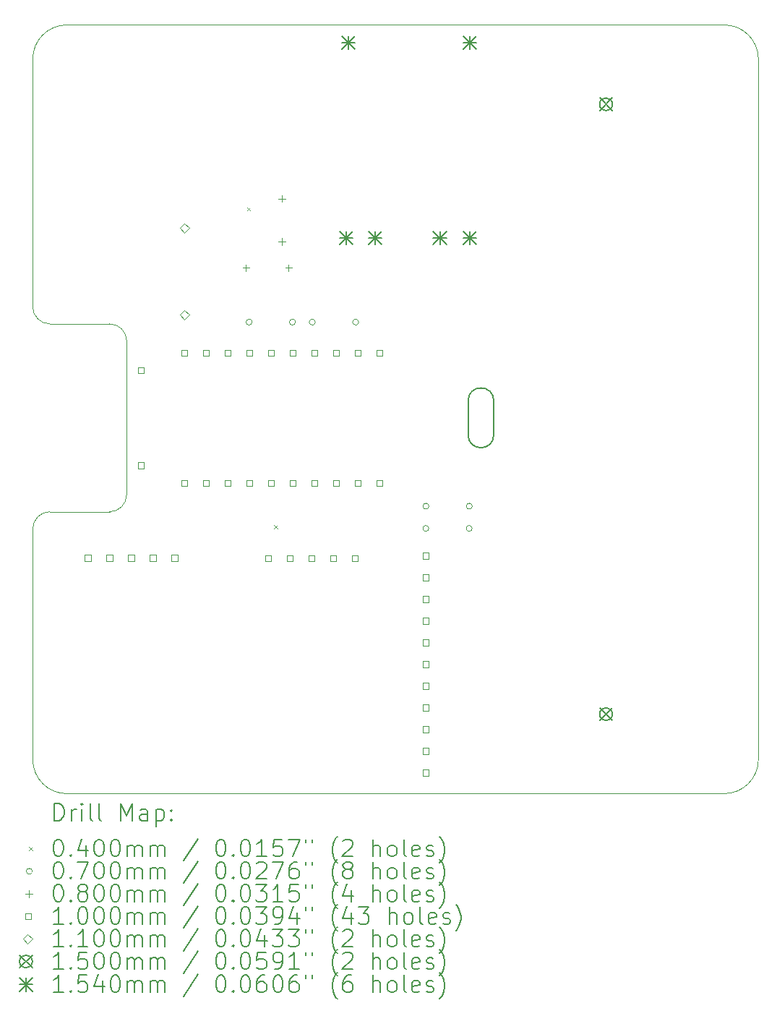
<source format=gbr>
%TF.GenerationSoftware,KiCad,Pcbnew,(6.0.9)*%
%TF.CreationDate,2023-01-30T19:39:44+02:00*%
%TF.ProjectId,Schematics,53636865-6d61-4746-9963-732e6b696361,rev?*%
%TF.SameCoordinates,Original*%
%TF.FileFunction,Drillmap*%
%TF.FilePolarity,Positive*%
%FSLAX45Y45*%
G04 Gerber Fmt 4.5, Leading zero omitted, Abs format (unit mm)*
G04 Created by KiCad (PCBNEW (6.0.9)) date 2023-01-30 19:39:44*
%MOMM*%
%LPD*%
G01*
G04 APERTURE LIST*
%ADD10C,0.100000*%
%ADD11C,0.200000*%
%ADD12C,0.040000*%
%ADD13C,0.070000*%
%ADD14C,0.080000*%
%ADD15C,0.110000*%
%ADD16C,0.150000*%
%ADD17C,0.154000*%
G04 APERTURE END LIST*
D10*
X10400000Y-6000000D02*
G75*
G03*
X10000000Y-6400000I0J-400000D01*
G01*
X18500000Y-6400000D02*
G75*
G03*
X18100000Y-6000000I-400000J0D01*
G01*
X10000000Y-9300000D02*
G75*
G03*
X10200000Y-9500000I200000J0D01*
G01*
D11*
X15100000Y-10400000D02*
X15100000Y-10800000D01*
X15400000Y-10400000D02*
X15400000Y-10800000D01*
D10*
X18500000Y-6400000D02*
X18500000Y-14600000D01*
X11100000Y-9700000D02*
G75*
G03*
X10900000Y-9500000I-200000J0D01*
G01*
X10900000Y-11700000D02*
G75*
G03*
X11100000Y-11500000I0J200000D01*
G01*
X11100000Y-9700000D02*
X11100000Y-11500000D01*
D11*
X15400000Y-10400000D02*
G75*
G03*
X15100000Y-10400000I-150000J0D01*
G01*
D10*
X10000000Y-14600000D02*
X10000000Y-11900000D01*
X10200000Y-11700000D02*
X10900000Y-11700000D01*
X18100000Y-15000000D02*
G75*
G03*
X18500000Y-14600000I0J400000D01*
G01*
X10000000Y-6400000D02*
X10000000Y-9300000D01*
X10200000Y-9500000D02*
X10900000Y-9500000D01*
X10400000Y-6000000D02*
X18100000Y-6000000D01*
X10200000Y-11700000D02*
G75*
G03*
X10000000Y-11900000I0J-200000D01*
G01*
D11*
X15100000Y-10800000D02*
G75*
G03*
X15400000Y-10800000I150000J0D01*
G01*
D10*
X18100000Y-15000000D02*
X10400000Y-15000000D01*
X10000000Y-14600000D02*
G75*
G03*
X10400000Y-15000000I400000J0D01*
G01*
D11*
D12*
X12508800Y-8134600D02*
X12548800Y-8174600D01*
X12548800Y-8134600D02*
X12508800Y-8174600D01*
X12828800Y-11854600D02*
X12868800Y-11894600D01*
X12868800Y-11854600D02*
X12828800Y-11894600D01*
D13*
X12569800Y-9479600D02*
G75*
G03*
X12569800Y-9479600I-35000J0D01*
G01*
X13077800Y-9479600D02*
G75*
G03*
X13077800Y-9479600I-35000J0D01*
G01*
X13309800Y-9479600D02*
G75*
G03*
X13309800Y-9479600I-35000J0D01*
G01*
X13817800Y-9479600D02*
G75*
G03*
X13817800Y-9479600I-35000J0D01*
G01*
X14639800Y-11634600D02*
G75*
G03*
X14639800Y-11634600I-35000J0D01*
G01*
X14639800Y-11894600D02*
G75*
G03*
X14639800Y-11894600I-35000J0D01*
G01*
X15147800Y-11634600D02*
G75*
G03*
X15147800Y-11634600I-35000J0D01*
G01*
X15147800Y-11894600D02*
G75*
G03*
X15147800Y-11894600I-35000J0D01*
G01*
D14*
X12498800Y-8804600D02*
X12498800Y-8884600D01*
X12458800Y-8844600D02*
X12538800Y-8844600D01*
X12918800Y-7994600D02*
X12918800Y-8074600D01*
X12878800Y-8034600D02*
X12958800Y-8034600D01*
X12918800Y-8494600D02*
X12918800Y-8574600D01*
X12878800Y-8534600D02*
X12958800Y-8534600D01*
X12998800Y-8804600D02*
X12998800Y-8884600D01*
X12958800Y-8844600D02*
X13038800Y-8844600D01*
D10*
X10681156Y-12274956D02*
X10681156Y-12204244D01*
X10610444Y-12204244D01*
X10610444Y-12274956D01*
X10681156Y-12274956D01*
X10935156Y-12274956D02*
X10935156Y-12204244D01*
X10864444Y-12204244D01*
X10864444Y-12274956D01*
X10935156Y-12274956D01*
X11189156Y-12274956D02*
X11189156Y-12204244D01*
X11118444Y-12204244D01*
X11118444Y-12274956D01*
X11189156Y-12274956D01*
X11300656Y-10079356D02*
X11300656Y-10008644D01*
X11229944Y-10008644D01*
X11229944Y-10079356D01*
X11300656Y-10079356D01*
X11300656Y-11191356D02*
X11300656Y-11120644D01*
X11229944Y-11120644D01*
X11229944Y-11191356D01*
X11300656Y-11191356D01*
X11443156Y-12274956D02*
X11443156Y-12204244D01*
X11372444Y-12204244D01*
X11372444Y-12274956D01*
X11443156Y-12274956D01*
X11697156Y-12274956D02*
X11697156Y-12204244D01*
X11626444Y-12204244D01*
X11626444Y-12274956D01*
X11697156Y-12274956D01*
X11808656Y-9873356D02*
X11808656Y-9802644D01*
X11737944Y-9802644D01*
X11737944Y-9873356D01*
X11808656Y-9873356D01*
X11808656Y-11397356D02*
X11808656Y-11326644D01*
X11737944Y-11326644D01*
X11737944Y-11397356D01*
X11808656Y-11397356D01*
X12062656Y-9873356D02*
X12062656Y-9802644D01*
X11991944Y-9802644D01*
X11991944Y-9873356D01*
X12062656Y-9873356D01*
X12062656Y-11397356D02*
X12062656Y-11326644D01*
X11991944Y-11326644D01*
X11991944Y-11397356D01*
X12062656Y-11397356D01*
X12316656Y-9873356D02*
X12316656Y-9802644D01*
X12245944Y-9802644D01*
X12245944Y-9873356D01*
X12316656Y-9873356D01*
X12316656Y-11397356D02*
X12316656Y-11326644D01*
X12245944Y-11326644D01*
X12245944Y-11397356D01*
X12316656Y-11397356D01*
X12570656Y-9873356D02*
X12570656Y-9802644D01*
X12499944Y-9802644D01*
X12499944Y-9873356D01*
X12570656Y-9873356D01*
X12570656Y-11397356D02*
X12570656Y-11326644D01*
X12499944Y-11326644D01*
X12499944Y-11397356D01*
X12570656Y-11397356D01*
X12794356Y-12278906D02*
X12794356Y-12208194D01*
X12723644Y-12208194D01*
X12723644Y-12278906D01*
X12794356Y-12278906D01*
X12824656Y-9873356D02*
X12824656Y-9802644D01*
X12753944Y-9802644D01*
X12753944Y-9873356D01*
X12824656Y-9873356D01*
X12824656Y-11397356D02*
X12824656Y-11326644D01*
X12753944Y-11326644D01*
X12753944Y-11397356D01*
X12824656Y-11397356D01*
X13048356Y-12278906D02*
X13048356Y-12208194D01*
X12977644Y-12208194D01*
X12977644Y-12278906D01*
X13048356Y-12278906D01*
X13078656Y-9873356D02*
X13078656Y-9802644D01*
X13007944Y-9802644D01*
X13007944Y-9873356D01*
X13078656Y-9873356D01*
X13078656Y-11397356D02*
X13078656Y-11326644D01*
X13007944Y-11326644D01*
X13007944Y-11397356D01*
X13078656Y-11397356D01*
X13302356Y-12278906D02*
X13302356Y-12208194D01*
X13231644Y-12208194D01*
X13231644Y-12278906D01*
X13302356Y-12278906D01*
X13332656Y-9873356D02*
X13332656Y-9802644D01*
X13261944Y-9802644D01*
X13261944Y-9873356D01*
X13332656Y-9873356D01*
X13332656Y-11397356D02*
X13332656Y-11326644D01*
X13261944Y-11326644D01*
X13261944Y-11397356D01*
X13332656Y-11397356D01*
X13556356Y-12278906D02*
X13556356Y-12208194D01*
X13485644Y-12208194D01*
X13485644Y-12278906D01*
X13556356Y-12278906D01*
X13586656Y-9873356D02*
X13586656Y-9802644D01*
X13515944Y-9802644D01*
X13515944Y-9873356D01*
X13586656Y-9873356D01*
X13586656Y-11397356D02*
X13586656Y-11326644D01*
X13515944Y-11326644D01*
X13515944Y-11397356D01*
X13586656Y-11397356D01*
X13810356Y-12278906D02*
X13810356Y-12208194D01*
X13739644Y-12208194D01*
X13739644Y-12278906D01*
X13810356Y-12278906D01*
X13840656Y-9873356D02*
X13840656Y-9802644D01*
X13769944Y-9802644D01*
X13769944Y-9873356D01*
X13840656Y-9873356D01*
X13840656Y-11397356D02*
X13840656Y-11326644D01*
X13769944Y-11326644D01*
X13769944Y-11397356D01*
X13840656Y-11397356D01*
X14094656Y-9873356D02*
X14094656Y-9802644D01*
X14023944Y-9802644D01*
X14023944Y-9873356D01*
X14094656Y-9873356D01*
X14094656Y-11397356D02*
X14094656Y-11326644D01*
X14023944Y-11326644D01*
X14023944Y-11397356D01*
X14094656Y-11397356D01*
X14639656Y-12249156D02*
X14639656Y-12178444D01*
X14568944Y-12178444D01*
X14568944Y-12249156D01*
X14639656Y-12249156D01*
X14639656Y-12503156D02*
X14639656Y-12432444D01*
X14568944Y-12432444D01*
X14568944Y-12503156D01*
X14639656Y-12503156D01*
X14639656Y-12757156D02*
X14639656Y-12686444D01*
X14568944Y-12686444D01*
X14568944Y-12757156D01*
X14639656Y-12757156D01*
X14639656Y-13011156D02*
X14639656Y-12940444D01*
X14568944Y-12940444D01*
X14568944Y-13011156D01*
X14639656Y-13011156D01*
X14639656Y-13265156D02*
X14639656Y-13194444D01*
X14568944Y-13194444D01*
X14568944Y-13265156D01*
X14639656Y-13265156D01*
X14639656Y-13519156D02*
X14639656Y-13448444D01*
X14568944Y-13448444D01*
X14568944Y-13519156D01*
X14639656Y-13519156D01*
X14639656Y-13773156D02*
X14639656Y-13702444D01*
X14568944Y-13702444D01*
X14568944Y-13773156D01*
X14639656Y-13773156D01*
X14639656Y-14027156D02*
X14639656Y-13956444D01*
X14568944Y-13956444D01*
X14568944Y-14027156D01*
X14639656Y-14027156D01*
X14639656Y-14281156D02*
X14639656Y-14210444D01*
X14568944Y-14210444D01*
X14568944Y-14281156D01*
X14639656Y-14281156D01*
X14639656Y-14535156D02*
X14639656Y-14464444D01*
X14568944Y-14464444D01*
X14568944Y-14535156D01*
X14639656Y-14535156D01*
X14639656Y-14789156D02*
X14639656Y-14718444D01*
X14568944Y-14718444D01*
X14568944Y-14789156D01*
X14639656Y-14789156D01*
D15*
X11778800Y-8431600D02*
X11833800Y-8376600D01*
X11778800Y-8321600D01*
X11723800Y-8376600D01*
X11778800Y-8431600D01*
X11778800Y-9447600D02*
X11833800Y-9392600D01*
X11778800Y-9337600D01*
X11723800Y-9392600D01*
X11778800Y-9447600D01*
D16*
X16639800Y-6854600D02*
X16789800Y-7004600D01*
X16789800Y-6854600D02*
X16639800Y-7004600D01*
X16789800Y-6929600D02*
G75*
G03*
X16789800Y-6929600I-75000J0D01*
G01*
X16639800Y-13994600D02*
X16789800Y-14144600D01*
X16789800Y-13994600D02*
X16639800Y-14144600D01*
X16789800Y-14069600D02*
G75*
G03*
X16789800Y-14069600I-75000J0D01*
G01*
D17*
X13591800Y-8417600D02*
X13745800Y-8571600D01*
X13745800Y-8417600D02*
X13591800Y-8571600D01*
X13668800Y-8417600D02*
X13668800Y-8571600D01*
X13591800Y-8494600D02*
X13745800Y-8494600D01*
X13621800Y-6127600D02*
X13775800Y-6281600D01*
X13775800Y-6127600D02*
X13621800Y-6281600D01*
X13698800Y-6127600D02*
X13698800Y-6281600D01*
X13621800Y-6204600D02*
X13775800Y-6204600D01*
X13931800Y-8417600D02*
X14085800Y-8571600D01*
X14085800Y-8417600D02*
X13931800Y-8571600D01*
X14008800Y-8417600D02*
X14008800Y-8571600D01*
X13931800Y-8494600D02*
X14085800Y-8494600D01*
X14691800Y-8417600D02*
X14845800Y-8571600D01*
X14845800Y-8417600D02*
X14691800Y-8571600D01*
X14768800Y-8417600D02*
X14768800Y-8571600D01*
X14691800Y-8494600D02*
X14845800Y-8494600D01*
X15041800Y-6127600D02*
X15195800Y-6281600D01*
X15195800Y-6127600D02*
X15041800Y-6281600D01*
X15118800Y-6127600D02*
X15118800Y-6281600D01*
X15041800Y-6204600D02*
X15195800Y-6204600D01*
X15041800Y-8417600D02*
X15195800Y-8571600D01*
X15195800Y-8417600D02*
X15041800Y-8571600D01*
X15118800Y-8417600D02*
X15118800Y-8571600D01*
X15041800Y-8494600D02*
X15195800Y-8494600D01*
D11*
X10252619Y-15315476D02*
X10252619Y-15115476D01*
X10300238Y-15115476D01*
X10328810Y-15125000D01*
X10347857Y-15144048D01*
X10357381Y-15163095D01*
X10366905Y-15201190D01*
X10366905Y-15229762D01*
X10357381Y-15267857D01*
X10347857Y-15286905D01*
X10328810Y-15305952D01*
X10300238Y-15315476D01*
X10252619Y-15315476D01*
X10452619Y-15315476D02*
X10452619Y-15182143D01*
X10452619Y-15220238D02*
X10462143Y-15201190D01*
X10471667Y-15191667D01*
X10490714Y-15182143D01*
X10509762Y-15182143D01*
X10576429Y-15315476D02*
X10576429Y-15182143D01*
X10576429Y-15115476D02*
X10566905Y-15125000D01*
X10576429Y-15134524D01*
X10585952Y-15125000D01*
X10576429Y-15115476D01*
X10576429Y-15134524D01*
X10700238Y-15315476D02*
X10681190Y-15305952D01*
X10671667Y-15286905D01*
X10671667Y-15115476D01*
X10805000Y-15315476D02*
X10785952Y-15305952D01*
X10776429Y-15286905D01*
X10776429Y-15115476D01*
X11033571Y-15315476D02*
X11033571Y-15115476D01*
X11100238Y-15258333D01*
X11166905Y-15115476D01*
X11166905Y-15315476D01*
X11347857Y-15315476D02*
X11347857Y-15210714D01*
X11338333Y-15191667D01*
X11319286Y-15182143D01*
X11281190Y-15182143D01*
X11262143Y-15191667D01*
X11347857Y-15305952D02*
X11328809Y-15315476D01*
X11281190Y-15315476D01*
X11262143Y-15305952D01*
X11252619Y-15286905D01*
X11252619Y-15267857D01*
X11262143Y-15248809D01*
X11281190Y-15239286D01*
X11328809Y-15239286D01*
X11347857Y-15229762D01*
X11443095Y-15182143D02*
X11443095Y-15382143D01*
X11443095Y-15191667D02*
X11462143Y-15182143D01*
X11500238Y-15182143D01*
X11519286Y-15191667D01*
X11528809Y-15201190D01*
X11538333Y-15220238D01*
X11538333Y-15277381D01*
X11528809Y-15296428D01*
X11519286Y-15305952D01*
X11500238Y-15315476D01*
X11462143Y-15315476D01*
X11443095Y-15305952D01*
X11624048Y-15296428D02*
X11633571Y-15305952D01*
X11624048Y-15315476D01*
X11614524Y-15305952D01*
X11624048Y-15296428D01*
X11624048Y-15315476D01*
X11624048Y-15191667D02*
X11633571Y-15201190D01*
X11624048Y-15210714D01*
X11614524Y-15201190D01*
X11624048Y-15191667D01*
X11624048Y-15210714D01*
D12*
X9955000Y-15625000D02*
X9995000Y-15665000D01*
X9995000Y-15625000D02*
X9955000Y-15665000D01*
D11*
X10290714Y-15535476D02*
X10309762Y-15535476D01*
X10328810Y-15545000D01*
X10338333Y-15554524D01*
X10347857Y-15573571D01*
X10357381Y-15611667D01*
X10357381Y-15659286D01*
X10347857Y-15697381D01*
X10338333Y-15716428D01*
X10328810Y-15725952D01*
X10309762Y-15735476D01*
X10290714Y-15735476D01*
X10271667Y-15725952D01*
X10262143Y-15716428D01*
X10252619Y-15697381D01*
X10243095Y-15659286D01*
X10243095Y-15611667D01*
X10252619Y-15573571D01*
X10262143Y-15554524D01*
X10271667Y-15545000D01*
X10290714Y-15535476D01*
X10443095Y-15716428D02*
X10452619Y-15725952D01*
X10443095Y-15735476D01*
X10433571Y-15725952D01*
X10443095Y-15716428D01*
X10443095Y-15735476D01*
X10624048Y-15602143D02*
X10624048Y-15735476D01*
X10576429Y-15525952D02*
X10528810Y-15668809D01*
X10652619Y-15668809D01*
X10766905Y-15535476D02*
X10785952Y-15535476D01*
X10805000Y-15545000D01*
X10814524Y-15554524D01*
X10824048Y-15573571D01*
X10833571Y-15611667D01*
X10833571Y-15659286D01*
X10824048Y-15697381D01*
X10814524Y-15716428D01*
X10805000Y-15725952D01*
X10785952Y-15735476D01*
X10766905Y-15735476D01*
X10747857Y-15725952D01*
X10738333Y-15716428D01*
X10728810Y-15697381D01*
X10719286Y-15659286D01*
X10719286Y-15611667D01*
X10728810Y-15573571D01*
X10738333Y-15554524D01*
X10747857Y-15545000D01*
X10766905Y-15535476D01*
X10957381Y-15535476D02*
X10976429Y-15535476D01*
X10995476Y-15545000D01*
X11005000Y-15554524D01*
X11014524Y-15573571D01*
X11024048Y-15611667D01*
X11024048Y-15659286D01*
X11014524Y-15697381D01*
X11005000Y-15716428D01*
X10995476Y-15725952D01*
X10976429Y-15735476D01*
X10957381Y-15735476D01*
X10938333Y-15725952D01*
X10928810Y-15716428D01*
X10919286Y-15697381D01*
X10909762Y-15659286D01*
X10909762Y-15611667D01*
X10919286Y-15573571D01*
X10928810Y-15554524D01*
X10938333Y-15545000D01*
X10957381Y-15535476D01*
X11109762Y-15735476D02*
X11109762Y-15602143D01*
X11109762Y-15621190D02*
X11119286Y-15611667D01*
X11138333Y-15602143D01*
X11166905Y-15602143D01*
X11185952Y-15611667D01*
X11195476Y-15630714D01*
X11195476Y-15735476D01*
X11195476Y-15630714D02*
X11205000Y-15611667D01*
X11224048Y-15602143D01*
X11252619Y-15602143D01*
X11271667Y-15611667D01*
X11281190Y-15630714D01*
X11281190Y-15735476D01*
X11376428Y-15735476D02*
X11376428Y-15602143D01*
X11376428Y-15621190D02*
X11385952Y-15611667D01*
X11405000Y-15602143D01*
X11433571Y-15602143D01*
X11452619Y-15611667D01*
X11462143Y-15630714D01*
X11462143Y-15735476D01*
X11462143Y-15630714D02*
X11471667Y-15611667D01*
X11490714Y-15602143D01*
X11519286Y-15602143D01*
X11538333Y-15611667D01*
X11547857Y-15630714D01*
X11547857Y-15735476D01*
X11938333Y-15525952D02*
X11766905Y-15783095D01*
X12195476Y-15535476D02*
X12214524Y-15535476D01*
X12233571Y-15545000D01*
X12243095Y-15554524D01*
X12252619Y-15573571D01*
X12262143Y-15611667D01*
X12262143Y-15659286D01*
X12252619Y-15697381D01*
X12243095Y-15716428D01*
X12233571Y-15725952D01*
X12214524Y-15735476D01*
X12195476Y-15735476D01*
X12176428Y-15725952D01*
X12166905Y-15716428D01*
X12157381Y-15697381D01*
X12147857Y-15659286D01*
X12147857Y-15611667D01*
X12157381Y-15573571D01*
X12166905Y-15554524D01*
X12176428Y-15545000D01*
X12195476Y-15535476D01*
X12347857Y-15716428D02*
X12357381Y-15725952D01*
X12347857Y-15735476D01*
X12338333Y-15725952D01*
X12347857Y-15716428D01*
X12347857Y-15735476D01*
X12481190Y-15535476D02*
X12500238Y-15535476D01*
X12519286Y-15545000D01*
X12528809Y-15554524D01*
X12538333Y-15573571D01*
X12547857Y-15611667D01*
X12547857Y-15659286D01*
X12538333Y-15697381D01*
X12528809Y-15716428D01*
X12519286Y-15725952D01*
X12500238Y-15735476D01*
X12481190Y-15735476D01*
X12462143Y-15725952D01*
X12452619Y-15716428D01*
X12443095Y-15697381D01*
X12433571Y-15659286D01*
X12433571Y-15611667D01*
X12443095Y-15573571D01*
X12452619Y-15554524D01*
X12462143Y-15545000D01*
X12481190Y-15535476D01*
X12738333Y-15735476D02*
X12624048Y-15735476D01*
X12681190Y-15735476D02*
X12681190Y-15535476D01*
X12662143Y-15564048D01*
X12643095Y-15583095D01*
X12624048Y-15592619D01*
X12919286Y-15535476D02*
X12824048Y-15535476D01*
X12814524Y-15630714D01*
X12824048Y-15621190D01*
X12843095Y-15611667D01*
X12890714Y-15611667D01*
X12909762Y-15621190D01*
X12919286Y-15630714D01*
X12928809Y-15649762D01*
X12928809Y-15697381D01*
X12919286Y-15716428D01*
X12909762Y-15725952D01*
X12890714Y-15735476D01*
X12843095Y-15735476D01*
X12824048Y-15725952D01*
X12814524Y-15716428D01*
X12995476Y-15535476D02*
X13128809Y-15535476D01*
X13043095Y-15735476D01*
X13195476Y-15535476D02*
X13195476Y-15573571D01*
X13271667Y-15535476D02*
X13271667Y-15573571D01*
X13566905Y-15811667D02*
X13557381Y-15802143D01*
X13538333Y-15773571D01*
X13528809Y-15754524D01*
X13519286Y-15725952D01*
X13509762Y-15678333D01*
X13509762Y-15640238D01*
X13519286Y-15592619D01*
X13528809Y-15564048D01*
X13538333Y-15545000D01*
X13557381Y-15516428D01*
X13566905Y-15506905D01*
X13633571Y-15554524D02*
X13643095Y-15545000D01*
X13662143Y-15535476D01*
X13709762Y-15535476D01*
X13728809Y-15545000D01*
X13738333Y-15554524D01*
X13747857Y-15573571D01*
X13747857Y-15592619D01*
X13738333Y-15621190D01*
X13624048Y-15735476D01*
X13747857Y-15735476D01*
X13985952Y-15735476D02*
X13985952Y-15535476D01*
X14071667Y-15735476D02*
X14071667Y-15630714D01*
X14062143Y-15611667D01*
X14043095Y-15602143D01*
X14014524Y-15602143D01*
X13995476Y-15611667D01*
X13985952Y-15621190D01*
X14195476Y-15735476D02*
X14176428Y-15725952D01*
X14166905Y-15716428D01*
X14157381Y-15697381D01*
X14157381Y-15640238D01*
X14166905Y-15621190D01*
X14176428Y-15611667D01*
X14195476Y-15602143D01*
X14224048Y-15602143D01*
X14243095Y-15611667D01*
X14252619Y-15621190D01*
X14262143Y-15640238D01*
X14262143Y-15697381D01*
X14252619Y-15716428D01*
X14243095Y-15725952D01*
X14224048Y-15735476D01*
X14195476Y-15735476D01*
X14376428Y-15735476D02*
X14357381Y-15725952D01*
X14347857Y-15706905D01*
X14347857Y-15535476D01*
X14528809Y-15725952D02*
X14509762Y-15735476D01*
X14471667Y-15735476D01*
X14452619Y-15725952D01*
X14443095Y-15706905D01*
X14443095Y-15630714D01*
X14452619Y-15611667D01*
X14471667Y-15602143D01*
X14509762Y-15602143D01*
X14528809Y-15611667D01*
X14538333Y-15630714D01*
X14538333Y-15649762D01*
X14443095Y-15668809D01*
X14614524Y-15725952D02*
X14633571Y-15735476D01*
X14671667Y-15735476D01*
X14690714Y-15725952D01*
X14700238Y-15706905D01*
X14700238Y-15697381D01*
X14690714Y-15678333D01*
X14671667Y-15668809D01*
X14643095Y-15668809D01*
X14624048Y-15659286D01*
X14614524Y-15640238D01*
X14614524Y-15630714D01*
X14624048Y-15611667D01*
X14643095Y-15602143D01*
X14671667Y-15602143D01*
X14690714Y-15611667D01*
X14766905Y-15811667D02*
X14776428Y-15802143D01*
X14795476Y-15773571D01*
X14805000Y-15754524D01*
X14814524Y-15725952D01*
X14824048Y-15678333D01*
X14824048Y-15640238D01*
X14814524Y-15592619D01*
X14805000Y-15564048D01*
X14795476Y-15545000D01*
X14776428Y-15516428D01*
X14766905Y-15506905D01*
D13*
X9995000Y-15909000D02*
G75*
G03*
X9995000Y-15909000I-35000J0D01*
G01*
D11*
X10290714Y-15799476D02*
X10309762Y-15799476D01*
X10328810Y-15809000D01*
X10338333Y-15818524D01*
X10347857Y-15837571D01*
X10357381Y-15875667D01*
X10357381Y-15923286D01*
X10347857Y-15961381D01*
X10338333Y-15980428D01*
X10328810Y-15989952D01*
X10309762Y-15999476D01*
X10290714Y-15999476D01*
X10271667Y-15989952D01*
X10262143Y-15980428D01*
X10252619Y-15961381D01*
X10243095Y-15923286D01*
X10243095Y-15875667D01*
X10252619Y-15837571D01*
X10262143Y-15818524D01*
X10271667Y-15809000D01*
X10290714Y-15799476D01*
X10443095Y-15980428D02*
X10452619Y-15989952D01*
X10443095Y-15999476D01*
X10433571Y-15989952D01*
X10443095Y-15980428D01*
X10443095Y-15999476D01*
X10519286Y-15799476D02*
X10652619Y-15799476D01*
X10566905Y-15999476D01*
X10766905Y-15799476D02*
X10785952Y-15799476D01*
X10805000Y-15809000D01*
X10814524Y-15818524D01*
X10824048Y-15837571D01*
X10833571Y-15875667D01*
X10833571Y-15923286D01*
X10824048Y-15961381D01*
X10814524Y-15980428D01*
X10805000Y-15989952D01*
X10785952Y-15999476D01*
X10766905Y-15999476D01*
X10747857Y-15989952D01*
X10738333Y-15980428D01*
X10728810Y-15961381D01*
X10719286Y-15923286D01*
X10719286Y-15875667D01*
X10728810Y-15837571D01*
X10738333Y-15818524D01*
X10747857Y-15809000D01*
X10766905Y-15799476D01*
X10957381Y-15799476D02*
X10976429Y-15799476D01*
X10995476Y-15809000D01*
X11005000Y-15818524D01*
X11014524Y-15837571D01*
X11024048Y-15875667D01*
X11024048Y-15923286D01*
X11014524Y-15961381D01*
X11005000Y-15980428D01*
X10995476Y-15989952D01*
X10976429Y-15999476D01*
X10957381Y-15999476D01*
X10938333Y-15989952D01*
X10928810Y-15980428D01*
X10919286Y-15961381D01*
X10909762Y-15923286D01*
X10909762Y-15875667D01*
X10919286Y-15837571D01*
X10928810Y-15818524D01*
X10938333Y-15809000D01*
X10957381Y-15799476D01*
X11109762Y-15999476D02*
X11109762Y-15866143D01*
X11109762Y-15885190D02*
X11119286Y-15875667D01*
X11138333Y-15866143D01*
X11166905Y-15866143D01*
X11185952Y-15875667D01*
X11195476Y-15894714D01*
X11195476Y-15999476D01*
X11195476Y-15894714D02*
X11205000Y-15875667D01*
X11224048Y-15866143D01*
X11252619Y-15866143D01*
X11271667Y-15875667D01*
X11281190Y-15894714D01*
X11281190Y-15999476D01*
X11376428Y-15999476D02*
X11376428Y-15866143D01*
X11376428Y-15885190D02*
X11385952Y-15875667D01*
X11405000Y-15866143D01*
X11433571Y-15866143D01*
X11452619Y-15875667D01*
X11462143Y-15894714D01*
X11462143Y-15999476D01*
X11462143Y-15894714D02*
X11471667Y-15875667D01*
X11490714Y-15866143D01*
X11519286Y-15866143D01*
X11538333Y-15875667D01*
X11547857Y-15894714D01*
X11547857Y-15999476D01*
X11938333Y-15789952D02*
X11766905Y-16047095D01*
X12195476Y-15799476D02*
X12214524Y-15799476D01*
X12233571Y-15809000D01*
X12243095Y-15818524D01*
X12252619Y-15837571D01*
X12262143Y-15875667D01*
X12262143Y-15923286D01*
X12252619Y-15961381D01*
X12243095Y-15980428D01*
X12233571Y-15989952D01*
X12214524Y-15999476D01*
X12195476Y-15999476D01*
X12176428Y-15989952D01*
X12166905Y-15980428D01*
X12157381Y-15961381D01*
X12147857Y-15923286D01*
X12147857Y-15875667D01*
X12157381Y-15837571D01*
X12166905Y-15818524D01*
X12176428Y-15809000D01*
X12195476Y-15799476D01*
X12347857Y-15980428D02*
X12357381Y-15989952D01*
X12347857Y-15999476D01*
X12338333Y-15989952D01*
X12347857Y-15980428D01*
X12347857Y-15999476D01*
X12481190Y-15799476D02*
X12500238Y-15799476D01*
X12519286Y-15809000D01*
X12528809Y-15818524D01*
X12538333Y-15837571D01*
X12547857Y-15875667D01*
X12547857Y-15923286D01*
X12538333Y-15961381D01*
X12528809Y-15980428D01*
X12519286Y-15989952D01*
X12500238Y-15999476D01*
X12481190Y-15999476D01*
X12462143Y-15989952D01*
X12452619Y-15980428D01*
X12443095Y-15961381D01*
X12433571Y-15923286D01*
X12433571Y-15875667D01*
X12443095Y-15837571D01*
X12452619Y-15818524D01*
X12462143Y-15809000D01*
X12481190Y-15799476D01*
X12624048Y-15818524D02*
X12633571Y-15809000D01*
X12652619Y-15799476D01*
X12700238Y-15799476D01*
X12719286Y-15809000D01*
X12728809Y-15818524D01*
X12738333Y-15837571D01*
X12738333Y-15856619D01*
X12728809Y-15885190D01*
X12614524Y-15999476D01*
X12738333Y-15999476D01*
X12805000Y-15799476D02*
X12938333Y-15799476D01*
X12852619Y-15999476D01*
X13100238Y-15799476D02*
X13062143Y-15799476D01*
X13043095Y-15809000D01*
X13033571Y-15818524D01*
X13014524Y-15847095D01*
X13005000Y-15885190D01*
X13005000Y-15961381D01*
X13014524Y-15980428D01*
X13024048Y-15989952D01*
X13043095Y-15999476D01*
X13081190Y-15999476D01*
X13100238Y-15989952D01*
X13109762Y-15980428D01*
X13119286Y-15961381D01*
X13119286Y-15913762D01*
X13109762Y-15894714D01*
X13100238Y-15885190D01*
X13081190Y-15875667D01*
X13043095Y-15875667D01*
X13024048Y-15885190D01*
X13014524Y-15894714D01*
X13005000Y-15913762D01*
X13195476Y-15799476D02*
X13195476Y-15837571D01*
X13271667Y-15799476D02*
X13271667Y-15837571D01*
X13566905Y-16075667D02*
X13557381Y-16066143D01*
X13538333Y-16037571D01*
X13528809Y-16018524D01*
X13519286Y-15989952D01*
X13509762Y-15942333D01*
X13509762Y-15904238D01*
X13519286Y-15856619D01*
X13528809Y-15828048D01*
X13538333Y-15809000D01*
X13557381Y-15780428D01*
X13566905Y-15770905D01*
X13671667Y-15885190D02*
X13652619Y-15875667D01*
X13643095Y-15866143D01*
X13633571Y-15847095D01*
X13633571Y-15837571D01*
X13643095Y-15818524D01*
X13652619Y-15809000D01*
X13671667Y-15799476D01*
X13709762Y-15799476D01*
X13728809Y-15809000D01*
X13738333Y-15818524D01*
X13747857Y-15837571D01*
X13747857Y-15847095D01*
X13738333Y-15866143D01*
X13728809Y-15875667D01*
X13709762Y-15885190D01*
X13671667Y-15885190D01*
X13652619Y-15894714D01*
X13643095Y-15904238D01*
X13633571Y-15923286D01*
X13633571Y-15961381D01*
X13643095Y-15980428D01*
X13652619Y-15989952D01*
X13671667Y-15999476D01*
X13709762Y-15999476D01*
X13728809Y-15989952D01*
X13738333Y-15980428D01*
X13747857Y-15961381D01*
X13747857Y-15923286D01*
X13738333Y-15904238D01*
X13728809Y-15894714D01*
X13709762Y-15885190D01*
X13985952Y-15999476D02*
X13985952Y-15799476D01*
X14071667Y-15999476D02*
X14071667Y-15894714D01*
X14062143Y-15875667D01*
X14043095Y-15866143D01*
X14014524Y-15866143D01*
X13995476Y-15875667D01*
X13985952Y-15885190D01*
X14195476Y-15999476D02*
X14176428Y-15989952D01*
X14166905Y-15980428D01*
X14157381Y-15961381D01*
X14157381Y-15904238D01*
X14166905Y-15885190D01*
X14176428Y-15875667D01*
X14195476Y-15866143D01*
X14224048Y-15866143D01*
X14243095Y-15875667D01*
X14252619Y-15885190D01*
X14262143Y-15904238D01*
X14262143Y-15961381D01*
X14252619Y-15980428D01*
X14243095Y-15989952D01*
X14224048Y-15999476D01*
X14195476Y-15999476D01*
X14376428Y-15999476D02*
X14357381Y-15989952D01*
X14347857Y-15970905D01*
X14347857Y-15799476D01*
X14528809Y-15989952D02*
X14509762Y-15999476D01*
X14471667Y-15999476D01*
X14452619Y-15989952D01*
X14443095Y-15970905D01*
X14443095Y-15894714D01*
X14452619Y-15875667D01*
X14471667Y-15866143D01*
X14509762Y-15866143D01*
X14528809Y-15875667D01*
X14538333Y-15894714D01*
X14538333Y-15913762D01*
X14443095Y-15932809D01*
X14614524Y-15989952D02*
X14633571Y-15999476D01*
X14671667Y-15999476D01*
X14690714Y-15989952D01*
X14700238Y-15970905D01*
X14700238Y-15961381D01*
X14690714Y-15942333D01*
X14671667Y-15932809D01*
X14643095Y-15932809D01*
X14624048Y-15923286D01*
X14614524Y-15904238D01*
X14614524Y-15894714D01*
X14624048Y-15875667D01*
X14643095Y-15866143D01*
X14671667Y-15866143D01*
X14690714Y-15875667D01*
X14766905Y-16075667D02*
X14776428Y-16066143D01*
X14795476Y-16037571D01*
X14805000Y-16018524D01*
X14814524Y-15989952D01*
X14824048Y-15942333D01*
X14824048Y-15904238D01*
X14814524Y-15856619D01*
X14805000Y-15828048D01*
X14795476Y-15809000D01*
X14776428Y-15780428D01*
X14766905Y-15770905D01*
D14*
X9955000Y-16133000D02*
X9955000Y-16213000D01*
X9915000Y-16173000D02*
X9995000Y-16173000D01*
D11*
X10290714Y-16063476D02*
X10309762Y-16063476D01*
X10328810Y-16073000D01*
X10338333Y-16082524D01*
X10347857Y-16101571D01*
X10357381Y-16139667D01*
X10357381Y-16187286D01*
X10347857Y-16225381D01*
X10338333Y-16244428D01*
X10328810Y-16253952D01*
X10309762Y-16263476D01*
X10290714Y-16263476D01*
X10271667Y-16253952D01*
X10262143Y-16244428D01*
X10252619Y-16225381D01*
X10243095Y-16187286D01*
X10243095Y-16139667D01*
X10252619Y-16101571D01*
X10262143Y-16082524D01*
X10271667Y-16073000D01*
X10290714Y-16063476D01*
X10443095Y-16244428D02*
X10452619Y-16253952D01*
X10443095Y-16263476D01*
X10433571Y-16253952D01*
X10443095Y-16244428D01*
X10443095Y-16263476D01*
X10566905Y-16149190D02*
X10547857Y-16139667D01*
X10538333Y-16130143D01*
X10528810Y-16111095D01*
X10528810Y-16101571D01*
X10538333Y-16082524D01*
X10547857Y-16073000D01*
X10566905Y-16063476D01*
X10605000Y-16063476D01*
X10624048Y-16073000D01*
X10633571Y-16082524D01*
X10643095Y-16101571D01*
X10643095Y-16111095D01*
X10633571Y-16130143D01*
X10624048Y-16139667D01*
X10605000Y-16149190D01*
X10566905Y-16149190D01*
X10547857Y-16158714D01*
X10538333Y-16168238D01*
X10528810Y-16187286D01*
X10528810Y-16225381D01*
X10538333Y-16244428D01*
X10547857Y-16253952D01*
X10566905Y-16263476D01*
X10605000Y-16263476D01*
X10624048Y-16253952D01*
X10633571Y-16244428D01*
X10643095Y-16225381D01*
X10643095Y-16187286D01*
X10633571Y-16168238D01*
X10624048Y-16158714D01*
X10605000Y-16149190D01*
X10766905Y-16063476D02*
X10785952Y-16063476D01*
X10805000Y-16073000D01*
X10814524Y-16082524D01*
X10824048Y-16101571D01*
X10833571Y-16139667D01*
X10833571Y-16187286D01*
X10824048Y-16225381D01*
X10814524Y-16244428D01*
X10805000Y-16253952D01*
X10785952Y-16263476D01*
X10766905Y-16263476D01*
X10747857Y-16253952D01*
X10738333Y-16244428D01*
X10728810Y-16225381D01*
X10719286Y-16187286D01*
X10719286Y-16139667D01*
X10728810Y-16101571D01*
X10738333Y-16082524D01*
X10747857Y-16073000D01*
X10766905Y-16063476D01*
X10957381Y-16063476D02*
X10976429Y-16063476D01*
X10995476Y-16073000D01*
X11005000Y-16082524D01*
X11014524Y-16101571D01*
X11024048Y-16139667D01*
X11024048Y-16187286D01*
X11014524Y-16225381D01*
X11005000Y-16244428D01*
X10995476Y-16253952D01*
X10976429Y-16263476D01*
X10957381Y-16263476D01*
X10938333Y-16253952D01*
X10928810Y-16244428D01*
X10919286Y-16225381D01*
X10909762Y-16187286D01*
X10909762Y-16139667D01*
X10919286Y-16101571D01*
X10928810Y-16082524D01*
X10938333Y-16073000D01*
X10957381Y-16063476D01*
X11109762Y-16263476D02*
X11109762Y-16130143D01*
X11109762Y-16149190D02*
X11119286Y-16139667D01*
X11138333Y-16130143D01*
X11166905Y-16130143D01*
X11185952Y-16139667D01*
X11195476Y-16158714D01*
X11195476Y-16263476D01*
X11195476Y-16158714D02*
X11205000Y-16139667D01*
X11224048Y-16130143D01*
X11252619Y-16130143D01*
X11271667Y-16139667D01*
X11281190Y-16158714D01*
X11281190Y-16263476D01*
X11376428Y-16263476D02*
X11376428Y-16130143D01*
X11376428Y-16149190D02*
X11385952Y-16139667D01*
X11405000Y-16130143D01*
X11433571Y-16130143D01*
X11452619Y-16139667D01*
X11462143Y-16158714D01*
X11462143Y-16263476D01*
X11462143Y-16158714D02*
X11471667Y-16139667D01*
X11490714Y-16130143D01*
X11519286Y-16130143D01*
X11538333Y-16139667D01*
X11547857Y-16158714D01*
X11547857Y-16263476D01*
X11938333Y-16053952D02*
X11766905Y-16311095D01*
X12195476Y-16063476D02*
X12214524Y-16063476D01*
X12233571Y-16073000D01*
X12243095Y-16082524D01*
X12252619Y-16101571D01*
X12262143Y-16139667D01*
X12262143Y-16187286D01*
X12252619Y-16225381D01*
X12243095Y-16244428D01*
X12233571Y-16253952D01*
X12214524Y-16263476D01*
X12195476Y-16263476D01*
X12176428Y-16253952D01*
X12166905Y-16244428D01*
X12157381Y-16225381D01*
X12147857Y-16187286D01*
X12147857Y-16139667D01*
X12157381Y-16101571D01*
X12166905Y-16082524D01*
X12176428Y-16073000D01*
X12195476Y-16063476D01*
X12347857Y-16244428D02*
X12357381Y-16253952D01*
X12347857Y-16263476D01*
X12338333Y-16253952D01*
X12347857Y-16244428D01*
X12347857Y-16263476D01*
X12481190Y-16063476D02*
X12500238Y-16063476D01*
X12519286Y-16073000D01*
X12528809Y-16082524D01*
X12538333Y-16101571D01*
X12547857Y-16139667D01*
X12547857Y-16187286D01*
X12538333Y-16225381D01*
X12528809Y-16244428D01*
X12519286Y-16253952D01*
X12500238Y-16263476D01*
X12481190Y-16263476D01*
X12462143Y-16253952D01*
X12452619Y-16244428D01*
X12443095Y-16225381D01*
X12433571Y-16187286D01*
X12433571Y-16139667D01*
X12443095Y-16101571D01*
X12452619Y-16082524D01*
X12462143Y-16073000D01*
X12481190Y-16063476D01*
X12614524Y-16063476D02*
X12738333Y-16063476D01*
X12671667Y-16139667D01*
X12700238Y-16139667D01*
X12719286Y-16149190D01*
X12728809Y-16158714D01*
X12738333Y-16177762D01*
X12738333Y-16225381D01*
X12728809Y-16244428D01*
X12719286Y-16253952D01*
X12700238Y-16263476D01*
X12643095Y-16263476D01*
X12624048Y-16253952D01*
X12614524Y-16244428D01*
X12928809Y-16263476D02*
X12814524Y-16263476D01*
X12871667Y-16263476D02*
X12871667Y-16063476D01*
X12852619Y-16092048D01*
X12833571Y-16111095D01*
X12814524Y-16120619D01*
X13109762Y-16063476D02*
X13014524Y-16063476D01*
X13005000Y-16158714D01*
X13014524Y-16149190D01*
X13033571Y-16139667D01*
X13081190Y-16139667D01*
X13100238Y-16149190D01*
X13109762Y-16158714D01*
X13119286Y-16177762D01*
X13119286Y-16225381D01*
X13109762Y-16244428D01*
X13100238Y-16253952D01*
X13081190Y-16263476D01*
X13033571Y-16263476D01*
X13014524Y-16253952D01*
X13005000Y-16244428D01*
X13195476Y-16063476D02*
X13195476Y-16101571D01*
X13271667Y-16063476D02*
X13271667Y-16101571D01*
X13566905Y-16339667D02*
X13557381Y-16330143D01*
X13538333Y-16301571D01*
X13528809Y-16282524D01*
X13519286Y-16253952D01*
X13509762Y-16206333D01*
X13509762Y-16168238D01*
X13519286Y-16120619D01*
X13528809Y-16092048D01*
X13538333Y-16073000D01*
X13557381Y-16044428D01*
X13566905Y-16034905D01*
X13728809Y-16130143D02*
X13728809Y-16263476D01*
X13681190Y-16053952D02*
X13633571Y-16196809D01*
X13757381Y-16196809D01*
X13985952Y-16263476D02*
X13985952Y-16063476D01*
X14071667Y-16263476D02*
X14071667Y-16158714D01*
X14062143Y-16139667D01*
X14043095Y-16130143D01*
X14014524Y-16130143D01*
X13995476Y-16139667D01*
X13985952Y-16149190D01*
X14195476Y-16263476D02*
X14176428Y-16253952D01*
X14166905Y-16244428D01*
X14157381Y-16225381D01*
X14157381Y-16168238D01*
X14166905Y-16149190D01*
X14176428Y-16139667D01*
X14195476Y-16130143D01*
X14224048Y-16130143D01*
X14243095Y-16139667D01*
X14252619Y-16149190D01*
X14262143Y-16168238D01*
X14262143Y-16225381D01*
X14252619Y-16244428D01*
X14243095Y-16253952D01*
X14224048Y-16263476D01*
X14195476Y-16263476D01*
X14376428Y-16263476D02*
X14357381Y-16253952D01*
X14347857Y-16234905D01*
X14347857Y-16063476D01*
X14528809Y-16253952D02*
X14509762Y-16263476D01*
X14471667Y-16263476D01*
X14452619Y-16253952D01*
X14443095Y-16234905D01*
X14443095Y-16158714D01*
X14452619Y-16139667D01*
X14471667Y-16130143D01*
X14509762Y-16130143D01*
X14528809Y-16139667D01*
X14538333Y-16158714D01*
X14538333Y-16177762D01*
X14443095Y-16196809D01*
X14614524Y-16253952D02*
X14633571Y-16263476D01*
X14671667Y-16263476D01*
X14690714Y-16253952D01*
X14700238Y-16234905D01*
X14700238Y-16225381D01*
X14690714Y-16206333D01*
X14671667Y-16196809D01*
X14643095Y-16196809D01*
X14624048Y-16187286D01*
X14614524Y-16168238D01*
X14614524Y-16158714D01*
X14624048Y-16139667D01*
X14643095Y-16130143D01*
X14671667Y-16130143D01*
X14690714Y-16139667D01*
X14766905Y-16339667D02*
X14776428Y-16330143D01*
X14795476Y-16301571D01*
X14805000Y-16282524D01*
X14814524Y-16253952D01*
X14824048Y-16206333D01*
X14824048Y-16168238D01*
X14814524Y-16120619D01*
X14805000Y-16092048D01*
X14795476Y-16073000D01*
X14776428Y-16044428D01*
X14766905Y-16034905D01*
D10*
X9980356Y-16472356D02*
X9980356Y-16401644D01*
X9909644Y-16401644D01*
X9909644Y-16472356D01*
X9980356Y-16472356D01*
D11*
X10357381Y-16527476D02*
X10243095Y-16527476D01*
X10300238Y-16527476D02*
X10300238Y-16327476D01*
X10281190Y-16356048D01*
X10262143Y-16375095D01*
X10243095Y-16384619D01*
X10443095Y-16508428D02*
X10452619Y-16517952D01*
X10443095Y-16527476D01*
X10433571Y-16517952D01*
X10443095Y-16508428D01*
X10443095Y-16527476D01*
X10576429Y-16327476D02*
X10595476Y-16327476D01*
X10614524Y-16337000D01*
X10624048Y-16346524D01*
X10633571Y-16365571D01*
X10643095Y-16403667D01*
X10643095Y-16451286D01*
X10633571Y-16489381D01*
X10624048Y-16508428D01*
X10614524Y-16517952D01*
X10595476Y-16527476D01*
X10576429Y-16527476D01*
X10557381Y-16517952D01*
X10547857Y-16508428D01*
X10538333Y-16489381D01*
X10528810Y-16451286D01*
X10528810Y-16403667D01*
X10538333Y-16365571D01*
X10547857Y-16346524D01*
X10557381Y-16337000D01*
X10576429Y-16327476D01*
X10766905Y-16327476D02*
X10785952Y-16327476D01*
X10805000Y-16337000D01*
X10814524Y-16346524D01*
X10824048Y-16365571D01*
X10833571Y-16403667D01*
X10833571Y-16451286D01*
X10824048Y-16489381D01*
X10814524Y-16508428D01*
X10805000Y-16517952D01*
X10785952Y-16527476D01*
X10766905Y-16527476D01*
X10747857Y-16517952D01*
X10738333Y-16508428D01*
X10728810Y-16489381D01*
X10719286Y-16451286D01*
X10719286Y-16403667D01*
X10728810Y-16365571D01*
X10738333Y-16346524D01*
X10747857Y-16337000D01*
X10766905Y-16327476D01*
X10957381Y-16327476D02*
X10976429Y-16327476D01*
X10995476Y-16337000D01*
X11005000Y-16346524D01*
X11014524Y-16365571D01*
X11024048Y-16403667D01*
X11024048Y-16451286D01*
X11014524Y-16489381D01*
X11005000Y-16508428D01*
X10995476Y-16517952D01*
X10976429Y-16527476D01*
X10957381Y-16527476D01*
X10938333Y-16517952D01*
X10928810Y-16508428D01*
X10919286Y-16489381D01*
X10909762Y-16451286D01*
X10909762Y-16403667D01*
X10919286Y-16365571D01*
X10928810Y-16346524D01*
X10938333Y-16337000D01*
X10957381Y-16327476D01*
X11109762Y-16527476D02*
X11109762Y-16394143D01*
X11109762Y-16413190D02*
X11119286Y-16403667D01*
X11138333Y-16394143D01*
X11166905Y-16394143D01*
X11185952Y-16403667D01*
X11195476Y-16422714D01*
X11195476Y-16527476D01*
X11195476Y-16422714D02*
X11205000Y-16403667D01*
X11224048Y-16394143D01*
X11252619Y-16394143D01*
X11271667Y-16403667D01*
X11281190Y-16422714D01*
X11281190Y-16527476D01*
X11376428Y-16527476D02*
X11376428Y-16394143D01*
X11376428Y-16413190D02*
X11385952Y-16403667D01*
X11405000Y-16394143D01*
X11433571Y-16394143D01*
X11452619Y-16403667D01*
X11462143Y-16422714D01*
X11462143Y-16527476D01*
X11462143Y-16422714D02*
X11471667Y-16403667D01*
X11490714Y-16394143D01*
X11519286Y-16394143D01*
X11538333Y-16403667D01*
X11547857Y-16422714D01*
X11547857Y-16527476D01*
X11938333Y-16317952D02*
X11766905Y-16575095D01*
X12195476Y-16327476D02*
X12214524Y-16327476D01*
X12233571Y-16337000D01*
X12243095Y-16346524D01*
X12252619Y-16365571D01*
X12262143Y-16403667D01*
X12262143Y-16451286D01*
X12252619Y-16489381D01*
X12243095Y-16508428D01*
X12233571Y-16517952D01*
X12214524Y-16527476D01*
X12195476Y-16527476D01*
X12176428Y-16517952D01*
X12166905Y-16508428D01*
X12157381Y-16489381D01*
X12147857Y-16451286D01*
X12147857Y-16403667D01*
X12157381Y-16365571D01*
X12166905Y-16346524D01*
X12176428Y-16337000D01*
X12195476Y-16327476D01*
X12347857Y-16508428D02*
X12357381Y-16517952D01*
X12347857Y-16527476D01*
X12338333Y-16517952D01*
X12347857Y-16508428D01*
X12347857Y-16527476D01*
X12481190Y-16327476D02*
X12500238Y-16327476D01*
X12519286Y-16337000D01*
X12528809Y-16346524D01*
X12538333Y-16365571D01*
X12547857Y-16403667D01*
X12547857Y-16451286D01*
X12538333Y-16489381D01*
X12528809Y-16508428D01*
X12519286Y-16517952D01*
X12500238Y-16527476D01*
X12481190Y-16527476D01*
X12462143Y-16517952D01*
X12452619Y-16508428D01*
X12443095Y-16489381D01*
X12433571Y-16451286D01*
X12433571Y-16403667D01*
X12443095Y-16365571D01*
X12452619Y-16346524D01*
X12462143Y-16337000D01*
X12481190Y-16327476D01*
X12614524Y-16327476D02*
X12738333Y-16327476D01*
X12671667Y-16403667D01*
X12700238Y-16403667D01*
X12719286Y-16413190D01*
X12728809Y-16422714D01*
X12738333Y-16441762D01*
X12738333Y-16489381D01*
X12728809Y-16508428D01*
X12719286Y-16517952D01*
X12700238Y-16527476D01*
X12643095Y-16527476D01*
X12624048Y-16517952D01*
X12614524Y-16508428D01*
X12833571Y-16527476D02*
X12871667Y-16527476D01*
X12890714Y-16517952D01*
X12900238Y-16508428D01*
X12919286Y-16479857D01*
X12928809Y-16441762D01*
X12928809Y-16365571D01*
X12919286Y-16346524D01*
X12909762Y-16337000D01*
X12890714Y-16327476D01*
X12852619Y-16327476D01*
X12833571Y-16337000D01*
X12824048Y-16346524D01*
X12814524Y-16365571D01*
X12814524Y-16413190D01*
X12824048Y-16432238D01*
X12833571Y-16441762D01*
X12852619Y-16451286D01*
X12890714Y-16451286D01*
X12909762Y-16441762D01*
X12919286Y-16432238D01*
X12928809Y-16413190D01*
X13100238Y-16394143D02*
X13100238Y-16527476D01*
X13052619Y-16317952D02*
X13005000Y-16460809D01*
X13128809Y-16460809D01*
X13195476Y-16327476D02*
X13195476Y-16365571D01*
X13271667Y-16327476D02*
X13271667Y-16365571D01*
X13566905Y-16603667D02*
X13557381Y-16594143D01*
X13538333Y-16565571D01*
X13528809Y-16546524D01*
X13519286Y-16517952D01*
X13509762Y-16470333D01*
X13509762Y-16432238D01*
X13519286Y-16384619D01*
X13528809Y-16356048D01*
X13538333Y-16337000D01*
X13557381Y-16308428D01*
X13566905Y-16298905D01*
X13728809Y-16394143D02*
X13728809Y-16527476D01*
X13681190Y-16317952D02*
X13633571Y-16460809D01*
X13757381Y-16460809D01*
X13814524Y-16327476D02*
X13938333Y-16327476D01*
X13871667Y-16403667D01*
X13900238Y-16403667D01*
X13919286Y-16413190D01*
X13928809Y-16422714D01*
X13938333Y-16441762D01*
X13938333Y-16489381D01*
X13928809Y-16508428D01*
X13919286Y-16517952D01*
X13900238Y-16527476D01*
X13843095Y-16527476D01*
X13824048Y-16517952D01*
X13814524Y-16508428D01*
X14176428Y-16527476D02*
X14176428Y-16327476D01*
X14262143Y-16527476D02*
X14262143Y-16422714D01*
X14252619Y-16403667D01*
X14233571Y-16394143D01*
X14205000Y-16394143D01*
X14185952Y-16403667D01*
X14176428Y-16413190D01*
X14385952Y-16527476D02*
X14366905Y-16517952D01*
X14357381Y-16508428D01*
X14347857Y-16489381D01*
X14347857Y-16432238D01*
X14357381Y-16413190D01*
X14366905Y-16403667D01*
X14385952Y-16394143D01*
X14414524Y-16394143D01*
X14433571Y-16403667D01*
X14443095Y-16413190D01*
X14452619Y-16432238D01*
X14452619Y-16489381D01*
X14443095Y-16508428D01*
X14433571Y-16517952D01*
X14414524Y-16527476D01*
X14385952Y-16527476D01*
X14566905Y-16527476D02*
X14547857Y-16517952D01*
X14538333Y-16498905D01*
X14538333Y-16327476D01*
X14719286Y-16517952D02*
X14700238Y-16527476D01*
X14662143Y-16527476D01*
X14643095Y-16517952D01*
X14633571Y-16498905D01*
X14633571Y-16422714D01*
X14643095Y-16403667D01*
X14662143Y-16394143D01*
X14700238Y-16394143D01*
X14719286Y-16403667D01*
X14728809Y-16422714D01*
X14728809Y-16441762D01*
X14633571Y-16460809D01*
X14805000Y-16517952D02*
X14824048Y-16527476D01*
X14862143Y-16527476D01*
X14881190Y-16517952D01*
X14890714Y-16498905D01*
X14890714Y-16489381D01*
X14881190Y-16470333D01*
X14862143Y-16460809D01*
X14833571Y-16460809D01*
X14814524Y-16451286D01*
X14805000Y-16432238D01*
X14805000Y-16422714D01*
X14814524Y-16403667D01*
X14833571Y-16394143D01*
X14862143Y-16394143D01*
X14881190Y-16403667D01*
X14957381Y-16603667D02*
X14966905Y-16594143D01*
X14985952Y-16565571D01*
X14995476Y-16546524D01*
X15005000Y-16517952D01*
X15014524Y-16470333D01*
X15014524Y-16432238D01*
X15005000Y-16384619D01*
X14995476Y-16356048D01*
X14985952Y-16337000D01*
X14966905Y-16308428D01*
X14957381Y-16298905D01*
D15*
X9940000Y-16756000D02*
X9995000Y-16701000D01*
X9940000Y-16646000D01*
X9885000Y-16701000D01*
X9940000Y-16756000D01*
D11*
X10357381Y-16791476D02*
X10243095Y-16791476D01*
X10300238Y-16791476D02*
X10300238Y-16591476D01*
X10281190Y-16620048D01*
X10262143Y-16639095D01*
X10243095Y-16648619D01*
X10443095Y-16772428D02*
X10452619Y-16781952D01*
X10443095Y-16791476D01*
X10433571Y-16781952D01*
X10443095Y-16772428D01*
X10443095Y-16791476D01*
X10643095Y-16791476D02*
X10528810Y-16791476D01*
X10585952Y-16791476D02*
X10585952Y-16591476D01*
X10566905Y-16620048D01*
X10547857Y-16639095D01*
X10528810Y-16648619D01*
X10766905Y-16591476D02*
X10785952Y-16591476D01*
X10805000Y-16601000D01*
X10814524Y-16610524D01*
X10824048Y-16629571D01*
X10833571Y-16667667D01*
X10833571Y-16715286D01*
X10824048Y-16753381D01*
X10814524Y-16772428D01*
X10805000Y-16781952D01*
X10785952Y-16791476D01*
X10766905Y-16791476D01*
X10747857Y-16781952D01*
X10738333Y-16772428D01*
X10728810Y-16753381D01*
X10719286Y-16715286D01*
X10719286Y-16667667D01*
X10728810Y-16629571D01*
X10738333Y-16610524D01*
X10747857Y-16601000D01*
X10766905Y-16591476D01*
X10957381Y-16591476D02*
X10976429Y-16591476D01*
X10995476Y-16601000D01*
X11005000Y-16610524D01*
X11014524Y-16629571D01*
X11024048Y-16667667D01*
X11024048Y-16715286D01*
X11014524Y-16753381D01*
X11005000Y-16772428D01*
X10995476Y-16781952D01*
X10976429Y-16791476D01*
X10957381Y-16791476D01*
X10938333Y-16781952D01*
X10928810Y-16772428D01*
X10919286Y-16753381D01*
X10909762Y-16715286D01*
X10909762Y-16667667D01*
X10919286Y-16629571D01*
X10928810Y-16610524D01*
X10938333Y-16601000D01*
X10957381Y-16591476D01*
X11109762Y-16791476D02*
X11109762Y-16658143D01*
X11109762Y-16677190D02*
X11119286Y-16667667D01*
X11138333Y-16658143D01*
X11166905Y-16658143D01*
X11185952Y-16667667D01*
X11195476Y-16686714D01*
X11195476Y-16791476D01*
X11195476Y-16686714D02*
X11205000Y-16667667D01*
X11224048Y-16658143D01*
X11252619Y-16658143D01*
X11271667Y-16667667D01*
X11281190Y-16686714D01*
X11281190Y-16791476D01*
X11376428Y-16791476D02*
X11376428Y-16658143D01*
X11376428Y-16677190D02*
X11385952Y-16667667D01*
X11405000Y-16658143D01*
X11433571Y-16658143D01*
X11452619Y-16667667D01*
X11462143Y-16686714D01*
X11462143Y-16791476D01*
X11462143Y-16686714D02*
X11471667Y-16667667D01*
X11490714Y-16658143D01*
X11519286Y-16658143D01*
X11538333Y-16667667D01*
X11547857Y-16686714D01*
X11547857Y-16791476D01*
X11938333Y-16581952D02*
X11766905Y-16839095D01*
X12195476Y-16591476D02*
X12214524Y-16591476D01*
X12233571Y-16601000D01*
X12243095Y-16610524D01*
X12252619Y-16629571D01*
X12262143Y-16667667D01*
X12262143Y-16715286D01*
X12252619Y-16753381D01*
X12243095Y-16772428D01*
X12233571Y-16781952D01*
X12214524Y-16791476D01*
X12195476Y-16791476D01*
X12176428Y-16781952D01*
X12166905Y-16772428D01*
X12157381Y-16753381D01*
X12147857Y-16715286D01*
X12147857Y-16667667D01*
X12157381Y-16629571D01*
X12166905Y-16610524D01*
X12176428Y-16601000D01*
X12195476Y-16591476D01*
X12347857Y-16772428D02*
X12357381Y-16781952D01*
X12347857Y-16791476D01*
X12338333Y-16781952D01*
X12347857Y-16772428D01*
X12347857Y-16791476D01*
X12481190Y-16591476D02*
X12500238Y-16591476D01*
X12519286Y-16601000D01*
X12528809Y-16610524D01*
X12538333Y-16629571D01*
X12547857Y-16667667D01*
X12547857Y-16715286D01*
X12538333Y-16753381D01*
X12528809Y-16772428D01*
X12519286Y-16781952D01*
X12500238Y-16791476D01*
X12481190Y-16791476D01*
X12462143Y-16781952D01*
X12452619Y-16772428D01*
X12443095Y-16753381D01*
X12433571Y-16715286D01*
X12433571Y-16667667D01*
X12443095Y-16629571D01*
X12452619Y-16610524D01*
X12462143Y-16601000D01*
X12481190Y-16591476D01*
X12719286Y-16658143D02*
X12719286Y-16791476D01*
X12671667Y-16581952D02*
X12624048Y-16724809D01*
X12747857Y-16724809D01*
X12805000Y-16591476D02*
X12928809Y-16591476D01*
X12862143Y-16667667D01*
X12890714Y-16667667D01*
X12909762Y-16677190D01*
X12919286Y-16686714D01*
X12928809Y-16705762D01*
X12928809Y-16753381D01*
X12919286Y-16772428D01*
X12909762Y-16781952D01*
X12890714Y-16791476D01*
X12833571Y-16791476D01*
X12814524Y-16781952D01*
X12805000Y-16772428D01*
X12995476Y-16591476D02*
X13119286Y-16591476D01*
X13052619Y-16667667D01*
X13081190Y-16667667D01*
X13100238Y-16677190D01*
X13109762Y-16686714D01*
X13119286Y-16705762D01*
X13119286Y-16753381D01*
X13109762Y-16772428D01*
X13100238Y-16781952D01*
X13081190Y-16791476D01*
X13024048Y-16791476D01*
X13005000Y-16781952D01*
X12995476Y-16772428D01*
X13195476Y-16591476D02*
X13195476Y-16629571D01*
X13271667Y-16591476D02*
X13271667Y-16629571D01*
X13566905Y-16867667D02*
X13557381Y-16858143D01*
X13538333Y-16829571D01*
X13528809Y-16810524D01*
X13519286Y-16781952D01*
X13509762Y-16734333D01*
X13509762Y-16696238D01*
X13519286Y-16648619D01*
X13528809Y-16620048D01*
X13538333Y-16601000D01*
X13557381Y-16572428D01*
X13566905Y-16562905D01*
X13633571Y-16610524D02*
X13643095Y-16601000D01*
X13662143Y-16591476D01*
X13709762Y-16591476D01*
X13728809Y-16601000D01*
X13738333Y-16610524D01*
X13747857Y-16629571D01*
X13747857Y-16648619D01*
X13738333Y-16677190D01*
X13624048Y-16791476D01*
X13747857Y-16791476D01*
X13985952Y-16791476D02*
X13985952Y-16591476D01*
X14071667Y-16791476D02*
X14071667Y-16686714D01*
X14062143Y-16667667D01*
X14043095Y-16658143D01*
X14014524Y-16658143D01*
X13995476Y-16667667D01*
X13985952Y-16677190D01*
X14195476Y-16791476D02*
X14176428Y-16781952D01*
X14166905Y-16772428D01*
X14157381Y-16753381D01*
X14157381Y-16696238D01*
X14166905Y-16677190D01*
X14176428Y-16667667D01*
X14195476Y-16658143D01*
X14224048Y-16658143D01*
X14243095Y-16667667D01*
X14252619Y-16677190D01*
X14262143Y-16696238D01*
X14262143Y-16753381D01*
X14252619Y-16772428D01*
X14243095Y-16781952D01*
X14224048Y-16791476D01*
X14195476Y-16791476D01*
X14376428Y-16791476D02*
X14357381Y-16781952D01*
X14347857Y-16762905D01*
X14347857Y-16591476D01*
X14528809Y-16781952D02*
X14509762Y-16791476D01*
X14471667Y-16791476D01*
X14452619Y-16781952D01*
X14443095Y-16762905D01*
X14443095Y-16686714D01*
X14452619Y-16667667D01*
X14471667Y-16658143D01*
X14509762Y-16658143D01*
X14528809Y-16667667D01*
X14538333Y-16686714D01*
X14538333Y-16705762D01*
X14443095Y-16724809D01*
X14614524Y-16781952D02*
X14633571Y-16791476D01*
X14671667Y-16791476D01*
X14690714Y-16781952D01*
X14700238Y-16762905D01*
X14700238Y-16753381D01*
X14690714Y-16734333D01*
X14671667Y-16724809D01*
X14643095Y-16724809D01*
X14624048Y-16715286D01*
X14614524Y-16696238D01*
X14614524Y-16686714D01*
X14624048Y-16667667D01*
X14643095Y-16658143D01*
X14671667Y-16658143D01*
X14690714Y-16667667D01*
X14766905Y-16867667D02*
X14776428Y-16858143D01*
X14795476Y-16829571D01*
X14805000Y-16810524D01*
X14814524Y-16781952D01*
X14824048Y-16734333D01*
X14824048Y-16696238D01*
X14814524Y-16648619D01*
X14805000Y-16620048D01*
X14795476Y-16601000D01*
X14776428Y-16572428D01*
X14766905Y-16562905D01*
D16*
X9845000Y-16890000D02*
X9995000Y-17040000D01*
X9995000Y-16890000D02*
X9845000Y-17040000D01*
X9995000Y-16965000D02*
G75*
G03*
X9995000Y-16965000I-75000J0D01*
G01*
D11*
X10357381Y-17055476D02*
X10243095Y-17055476D01*
X10300238Y-17055476D02*
X10300238Y-16855476D01*
X10281190Y-16884048D01*
X10262143Y-16903095D01*
X10243095Y-16912619D01*
X10443095Y-17036429D02*
X10452619Y-17045952D01*
X10443095Y-17055476D01*
X10433571Y-17045952D01*
X10443095Y-17036429D01*
X10443095Y-17055476D01*
X10633571Y-16855476D02*
X10538333Y-16855476D01*
X10528810Y-16950714D01*
X10538333Y-16941190D01*
X10557381Y-16931667D01*
X10605000Y-16931667D01*
X10624048Y-16941190D01*
X10633571Y-16950714D01*
X10643095Y-16969762D01*
X10643095Y-17017381D01*
X10633571Y-17036429D01*
X10624048Y-17045952D01*
X10605000Y-17055476D01*
X10557381Y-17055476D01*
X10538333Y-17045952D01*
X10528810Y-17036429D01*
X10766905Y-16855476D02*
X10785952Y-16855476D01*
X10805000Y-16865000D01*
X10814524Y-16874524D01*
X10824048Y-16893571D01*
X10833571Y-16931667D01*
X10833571Y-16979286D01*
X10824048Y-17017381D01*
X10814524Y-17036429D01*
X10805000Y-17045952D01*
X10785952Y-17055476D01*
X10766905Y-17055476D01*
X10747857Y-17045952D01*
X10738333Y-17036429D01*
X10728810Y-17017381D01*
X10719286Y-16979286D01*
X10719286Y-16931667D01*
X10728810Y-16893571D01*
X10738333Y-16874524D01*
X10747857Y-16865000D01*
X10766905Y-16855476D01*
X10957381Y-16855476D02*
X10976429Y-16855476D01*
X10995476Y-16865000D01*
X11005000Y-16874524D01*
X11014524Y-16893571D01*
X11024048Y-16931667D01*
X11024048Y-16979286D01*
X11014524Y-17017381D01*
X11005000Y-17036429D01*
X10995476Y-17045952D01*
X10976429Y-17055476D01*
X10957381Y-17055476D01*
X10938333Y-17045952D01*
X10928810Y-17036429D01*
X10919286Y-17017381D01*
X10909762Y-16979286D01*
X10909762Y-16931667D01*
X10919286Y-16893571D01*
X10928810Y-16874524D01*
X10938333Y-16865000D01*
X10957381Y-16855476D01*
X11109762Y-17055476D02*
X11109762Y-16922143D01*
X11109762Y-16941190D02*
X11119286Y-16931667D01*
X11138333Y-16922143D01*
X11166905Y-16922143D01*
X11185952Y-16931667D01*
X11195476Y-16950714D01*
X11195476Y-17055476D01*
X11195476Y-16950714D02*
X11205000Y-16931667D01*
X11224048Y-16922143D01*
X11252619Y-16922143D01*
X11271667Y-16931667D01*
X11281190Y-16950714D01*
X11281190Y-17055476D01*
X11376428Y-17055476D02*
X11376428Y-16922143D01*
X11376428Y-16941190D02*
X11385952Y-16931667D01*
X11405000Y-16922143D01*
X11433571Y-16922143D01*
X11452619Y-16931667D01*
X11462143Y-16950714D01*
X11462143Y-17055476D01*
X11462143Y-16950714D02*
X11471667Y-16931667D01*
X11490714Y-16922143D01*
X11519286Y-16922143D01*
X11538333Y-16931667D01*
X11547857Y-16950714D01*
X11547857Y-17055476D01*
X11938333Y-16845952D02*
X11766905Y-17103095D01*
X12195476Y-16855476D02*
X12214524Y-16855476D01*
X12233571Y-16865000D01*
X12243095Y-16874524D01*
X12252619Y-16893571D01*
X12262143Y-16931667D01*
X12262143Y-16979286D01*
X12252619Y-17017381D01*
X12243095Y-17036429D01*
X12233571Y-17045952D01*
X12214524Y-17055476D01*
X12195476Y-17055476D01*
X12176428Y-17045952D01*
X12166905Y-17036429D01*
X12157381Y-17017381D01*
X12147857Y-16979286D01*
X12147857Y-16931667D01*
X12157381Y-16893571D01*
X12166905Y-16874524D01*
X12176428Y-16865000D01*
X12195476Y-16855476D01*
X12347857Y-17036429D02*
X12357381Y-17045952D01*
X12347857Y-17055476D01*
X12338333Y-17045952D01*
X12347857Y-17036429D01*
X12347857Y-17055476D01*
X12481190Y-16855476D02*
X12500238Y-16855476D01*
X12519286Y-16865000D01*
X12528809Y-16874524D01*
X12538333Y-16893571D01*
X12547857Y-16931667D01*
X12547857Y-16979286D01*
X12538333Y-17017381D01*
X12528809Y-17036429D01*
X12519286Y-17045952D01*
X12500238Y-17055476D01*
X12481190Y-17055476D01*
X12462143Y-17045952D01*
X12452619Y-17036429D01*
X12443095Y-17017381D01*
X12433571Y-16979286D01*
X12433571Y-16931667D01*
X12443095Y-16893571D01*
X12452619Y-16874524D01*
X12462143Y-16865000D01*
X12481190Y-16855476D01*
X12728809Y-16855476D02*
X12633571Y-16855476D01*
X12624048Y-16950714D01*
X12633571Y-16941190D01*
X12652619Y-16931667D01*
X12700238Y-16931667D01*
X12719286Y-16941190D01*
X12728809Y-16950714D01*
X12738333Y-16969762D01*
X12738333Y-17017381D01*
X12728809Y-17036429D01*
X12719286Y-17045952D01*
X12700238Y-17055476D01*
X12652619Y-17055476D01*
X12633571Y-17045952D01*
X12624048Y-17036429D01*
X12833571Y-17055476D02*
X12871667Y-17055476D01*
X12890714Y-17045952D01*
X12900238Y-17036429D01*
X12919286Y-17007857D01*
X12928809Y-16969762D01*
X12928809Y-16893571D01*
X12919286Y-16874524D01*
X12909762Y-16865000D01*
X12890714Y-16855476D01*
X12852619Y-16855476D01*
X12833571Y-16865000D01*
X12824048Y-16874524D01*
X12814524Y-16893571D01*
X12814524Y-16941190D01*
X12824048Y-16960238D01*
X12833571Y-16969762D01*
X12852619Y-16979286D01*
X12890714Y-16979286D01*
X12909762Y-16969762D01*
X12919286Y-16960238D01*
X12928809Y-16941190D01*
X13119286Y-17055476D02*
X13005000Y-17055476D01*
X13062143Y-17055476D02*
X13062143Y-16855476D01*
X13043095Y-16884048D01*
X13024048Y-16903095D01*
X13005000Y-16912619D01*
X13195476Y-16855476D02*
X13195476Y-16893571D01*
X13271667Y-16855476D02*
X13271667Y-16893571D01*
X13566905Y-17131667D02*
X13557381Y-17122143D01*
X13538333Y-17093571D01*
X13528809Y-17074524D01*
X13519286Y-17045952D01*
X13509762Y-16998333D01*
X13509762Y-16960238D01*
X13519286Y-16912619D01*
X13528809Y-16884048D01*
X13538333Y-16865000D01*
X13557381Y-16836429D01*
X13566905Y-16826905D01*
X13633571Y-16874524D02*
X13643095Y-16865000D01*
X13662143Y-16855476D01*
X13709762Y-16855476D01*
X13728809Y-16865000D01*
X13738333Y-16874524D01*
X13747857Y-16893571D01*
X13747857Y-16912619D01*
X13738333Y-16941190D01*
X13624048Y-17055476D01*
X13747857Y-17055476D01*
X13985952Y-17055476D02*
X13985952Y-16855476D01*
X14071667Y-17055476D02*
X14071667Y-16950714D01*
X14062143Y-16931667D01*
X14043095Y-16922143D01*
X14014524Y-16922143D01*
X13995476Y-16931667D01*
X13985952Y-16941190D01*
X14195476Y-17055476D02*
X14176428Y-17045952D01*
X14166905Y-17036429D01*
X14157381Y-17017381D01*
X14157381Y-16960238D01*
X14166905Y-16941190D01*
X14176428Y-16931667D01*
X14195476Y-16922143D01*
X14224048Y-16922143D01*
X14243095Y-16931667D01*
X14252619Y-16941190D01*
X14262143Y-16960238D01*
X14262143Y-17017381D01*
X14252619Y-17036429D01*
X14243095Y-17045952D01*
X14224048Y-17055476D01*
X14195476Y-17055476D01*
X14376428Y-17055476D02*
X14357381Y-17045952D01*
X14347857Y-17026905D01*
X14347857Y-16855476D01*
X14528809Y-17045952D02*
X14509762Y-17055476D01*
X14471667Y-17055476D01*
X14452619Y-17045952D01*
X14443095Y-17026905D01*
X14443095Y-16950714D01*
X14452619Y-16931667D01*
X14471667Y-16922143D01*
X14509762Y-16922143D01*
X14528809Y-16931667D01*
X14538333Y-16950714D01*
X14538333Y-16969762D01*
X14443095Y-16988810D01*
X14614524Y-17045952D02*
X14633571Y-17055476D01*
X14671667Y-17055476D01*
X14690714Y-17045952D01*
X14700238Y-17026905D01*
X14700238Y-17017381D01*
X14690714Y-16998333D01*
X14671667Y-16988810D01*
X14643095Y-16988810D01*
X14624048Y-16979286D01*
X14614524Y-16960238D01*
X14614524Y-16950714D01*
X14624048Y-16931667D01*
X14643095Y-16922143D01*
X14671667Y-16922143D01*
X14690714Y-16931667D01*
X14766905Y-17131667D02*
X14776428Y-17122143D01*
X14795476Y-17093571D01*
X14805000Y-17074524D01*
X14814524Y-17045952D01*
X14824048Y-16998333D01*
X14824048Y-16960238D01*
X14814524Y-16912619D01*
X14805000Y-16884048D01*
X14795476Y-16865000D01*
X14776428Y-16836429D01*
X14766905Y-16826905D01*
D17*
X9841000Y-17158000D02*
X9995000Y-17312000D01*
X9995000Y-17158000D02*
X9841000Y-17312000D01*
X9918000Y-17158000D02*
X9918000Y-17312000D01*
X9841000Y-17235000D02*
X9995000Y-17235000D01*
D11*
X10357381Y-17325476D02*
X10243095Y-17325476D01*
X10300238Y-17325476D02*
X10300238Y-17125476D01*
X10281190Y-17154048D01*
X10262143Y-17173095D01*
X10243095Y-17182619D01*
X10443095Y-17306429D02*
X10452619Y-17315952D01*
X10443095Y-17325476D01*
X10433571Y-17315952D01*
X10443095Y-17306429D01*
X10443095Y-17325476D01*
X10633571Y-17125476D02*
X10538333Y-17125476D01*
X10528810Y-17220714D01*
X10538333Y-17211190D01*
X10557381Y-17201667D01*
X10605000Y-17201667D01*
X10624048Y-17211190D01*
X10633571Y-17220714D01*
X10643095Y-17239762D01*
X10643095Y-17287381D01*
X10633571Y-17306429D01*
X10624048Y-17315952D01*
X10605000Y-17325476D01*
X10557381Y-17325476D01*
X10538333Y-17315952D01*
X10528810Y-17306429D01*
X10814524Y-17192143D02*
X10814524Y-17325476D01*
X10766905Y-17115952D02*
X10719286Y-17258810D01*
X10843095Y-17258810D01*
X10957381Y-17125476D02*
X10976429Y-17125476D01*
X10995476Y-17135000D01*
X11005000Y-17144524D01*
X11014524Y-17163571D01*
X11024048Y-17201667D01*
X11024048Y-17249286D01*
X11014524Y-17287381D01*
X11005000Y-17306429D01*
X10995476Y-17315952D01*
X10976429Y-17325476D01*
X10957381Y-17325476D01*
X10938333Y-17315952D01*
X10928810Y-17306429D01*
X10919286Y-17287381D01*
X10909762Y-17249286D01*
X10909762Y-17201667D01*
X10919286Y-17163571D01*
X10928810Y-17144524D01*
X10938333Y-17135000D01*
X10957381Y-17125476D01*
X11109762Y-17325476D02*
X11109762Y-17192143D01*
X11109762Y-17211190D02*
X11119286Y-17201667D01*
X11138333Y-17192143D01*
X11166905Y-17192143D01*
X11185952Y-17201667D01*
X11195476Y-17220714D01*
X11195476Y-17325476D01*
X11195476Y-17220714D02*
X11205000Y-17201667D01*
X11224048Y-17192143D01*
X11252619Y-17192143D01*
X11271667Y-17201667D01*
X11281190Y-17220714D01*
X11281190Y-17325476D01*
X11376428Y-17325476D02*
X11376428Y-17192143D01*
X11376428Y-17211190D02*
X11385952Y-17201667D01*
X11405000Y-17192143D01*
X11433571Y-17192143D01*
X11452619Y-17201667D01*
X11462143Y-17220714D01*
X11462143Y-17325476D01*
X11462143Y-17220714D02*
X11471667Y-17201667D01*
X11490714Y-17192143D01*
X11519286Y-17192143D01*
X11538333Y-17201667D01*
X11547857Y-17220714D01*
X11547857Y-17325476D01*
X11938333Y-17115952D02*
X11766905Y-17373095D01*
X12195476Y-17125476D02*
X12214524Y-17125476D01*
X12233571Y-17135000D01*
X12243095Y-17144524D01*
X12252619Y-17163571D01*
X12262143Y-17201667D01*
X12262143Y-17249286D01*
X12252619Y-17287381D01*
X12243095Y-17306429D01*
X12233571Y-17315952D01*
X12214524Y-17325476D01*
X12195476Y-17325476D01*
X12176428Y-17315952D01*
X12166905Y-17306429D01*
X12157381Y-17287381D01*
X12147857Y-17249286D01*
X12147857Y-17201667D01*
X12157381Y-17163571D01*
X12166905Y-17144524D01*
X12176428Y-17135000D01*
X12195476Y-17125476D01*
X12347857Y-17306429D02*
X12357381Y-17315952D01*
X12347857Y-17325476D01*
X12338333Y-17315952D01*
X12347857Y-17306429D01*
X12347857Y-17325476D01*
X12481190Y-17125476D02*
X12500238Y-17125476D01*
X12519286Y-17135000D01*
X12528809Y-17144524D01*
X12538333Y-17163571D01*
X12547857Y-17201667D01*
X12547857Y-17249286D01*
X12538333Y-17287381D01*
X12528809Y-17306429D01*
X12519286Y-17315952D01*
X12500238Y-17325476D01*
X12481190Y-17325476D01*
X12462143Y-17315952D01*
X12452619Y-17306429D01*
X12443095Y-17287381D01*
X12433571Y-17249286D01*
X12433571Y-17201667D01*
X12443095Y-17163571D01*
X12452619Y-17144524D01*
X12462143Y-17135000D01*
X12481190Y-17125476D01*
X12719286Y-17125476D02*
X12681190Y-17125476D01*
X12662143Y-17135000D01*
X12652619Y-17144524D01*
X12633571Y-17173095D01*
X12624048Y-17211190D01*
X12624048Y-17287381D01*
X12633571Y-17306429D01*
X12643095Y-17315952D01*
X12662143Y-17325476D01*
X12700238Y-17325476D01*
X12719286Y-17315952D01*
X12728809Y-17306429D01*
X12738333Y-17287381D01*
X12738333Y-17239762D01*
X12728809Y-17220714D01*
X12719286Y-17211190D01*
X12700238Y-17201667D01*
X12662143Y-17201667D01*
X12643095Y-17211190D01*
X12633571Y-17220714D01*
X12624048Y-17239762D01*
X12862143Y-17125476D02*
X12881190Y-17125476D01*
X12900238Y-17135000D01*
X12909762Y-17144524D01*
X12919286Y-17163571D01*
X12928809Y-17201667D01*
X12928809Y-17249286D01*
X12919286Y-17287381D01*
X12909762Y-17306429D01*
X12900238Y-17315952D01*
X12881190Y-17325476D01*
X12862143Y-17325476D01*
X12843095Y-17315952D01*
X12833571Y-17306429D01*
X12824048Y-17287381D01*
X12814524Y-17249286D01*
X12814524Y-17201667D01*
X12824048Y-17163571D01*
X12833571Y-17144524D01*
X12843095Y-17135000D01*
X12862143Y-17125476D01*
X13100238Y-17125476D02*
X13062143Y-17125476D01*
X13043095Y-17135000D01*
X13033571Y-17144524D01*
X13014524Y-17173095D01*
X13005000Y-17211190D01*
X13005000Y-17287381D01*
X13014524Y-17306429D01*
X13024048Y-17315952D01*
X13043095Y-17325476D01*
X13081190Y-17325476D01*
X13100238Y-17315952D01*
X13109762Y-17306429D01*
X13119286Y-17287381D01*
X13119286Y-17239762D01*
X13109762Y-17220714D01*
X13100238Y-17211190D01*
X13081190Y-17201667D01*
X13043095Y-17201667D01*
X13024048Y-17211190D01*
X13014524Y-17220714D01*
X13005000Y-17239762D01*
X13195476Y-17125476D02*
X13195476Y-17163571D01*
X13271667Y-17125476D02*
X13271667Y-17163571D01*
X13566905Y-17401667D02*
X13557381Y-17392143D01*
X13538333Y-17363571D01*
X13528809Y-17344524D01*
X13519286Y-17315952D01*
X13509762Y-17268333D01*
X13509762Y-17230238D01*
X13519286Y-17182619D01*
X13528809Y-17154048D01*
X13538333Y-17135000D01*
X13557381Y-17106429D01*
X13566905Y-17096905D01*
X13728809Y-17125476D02*
X13690714Y-17125476D01*
X13671667Y-17135000D01*
X13662143Y-17144524D01*
X13643095Y-17173095D01*
X13633571Y-17211190D01*
X13633571Y-17287381D01*
X13643095Y-17306429D01*
X13652619Y-17315952D01*
X13671667Y-17325476D01*
X13709762Y-17325476D01*
X13728809Y-17315952D01*
X13738333Y-17306429D01*
X13747857Y-17287381D01*
X13747857Y-17239762D01*
X13738333Y-17220714D01*
X13728809Y-17211190D01*
X13709762Y-17201667D01*
X13671667Y-17201667D01*
X13652619Y-17211190D01*
X13643095Y-17220714D01*
X13633571Y-17239762D01*
X13985952Y-17325476D02*
X13985952Y-17125476D01*
X14071667Y-17325476D02*
X14071667Y-17220714D01*
X14062143Y-17201667D01*
X14043095Y-17192143D01*
X14014524Y-17192143D01*
X13995476Y-17201667D01*
X13985952Y-17211190D01*
X14195476Y-17325476D02*
X14176428Y-17315952D01*
X14166905Y-17306429D01*
X14157381Y-17287381D01*
X14157381Y-17230238D01*
X14166905Y-17211190D01*
X14176428Y-17201667D01*
X14195476Y-17192143D01*
X14224048Y-17192143D01*
X14243095Y-17201667D01*
X14252619Y-17211190D01*
X14262143Y-17230238D01*
X14262143Y-17287381D01*
X14252619Y-17306429D01*
X14243095Y-17315952D01*
X14224048Y-17325476D01*
X14195476Y-17325476D01*
X14376428Y-17325476D02*
X14357381Y-17315952D01*
X14347857Y-17296905D01*
X14347857Y-17125476D01*
X14528809Y-17315952D02*
X14509762Y-17325476D01*
X14471667Y-17325476D01*
X14452619Y-17315952D01*
X14443095Y-17296905D01*
X14443095Y-17220714D01*
X14452619Y-17201667D01*
X14471667Y-17192143D01*
X14509762Y-17192143D01*
X14528809Y-17201667D01*
X14538333Y-17220714D01*
X14538333Y-17239762D01*
X14443095Y-17258810D01*
X14614524Y-17315952D02*
X14633571Y-17325476D01*
X14671667Y-17325476D01*
X14690714Y-17315952D01*
X14700238Y-17296905D01*
X14700238Y-17287381D01*
X14690714Y-17268333D01*
X14671667Y-17258810D01*
X14643095Y-17258810D01*
X14624048Y-17249286D01*
X14614524Y-17230238D01*
X14614524Y-17220714D01*
X14624048Y-17201667D01*
X14643095Y-17192143D01*
X14671667Y-17192143D01*
X14690714Y-17201667D01*
X14766905Y-17401667D02*
X14776428Y-17392143D01*
X14795476Y-17363571D01*
X14805000Y-17344524D01*
X14814524Y-17315952D01*
X14824048Y-17268333D01*
X14824048Y-17230238D01*
X14814524Y-17182619D01*
X14805000Y-17154048D01*
X14795476Y-17135000D01*
X14776428Y-17106429D01*
X14766905Y-17096905D01*
M02*

</source>
